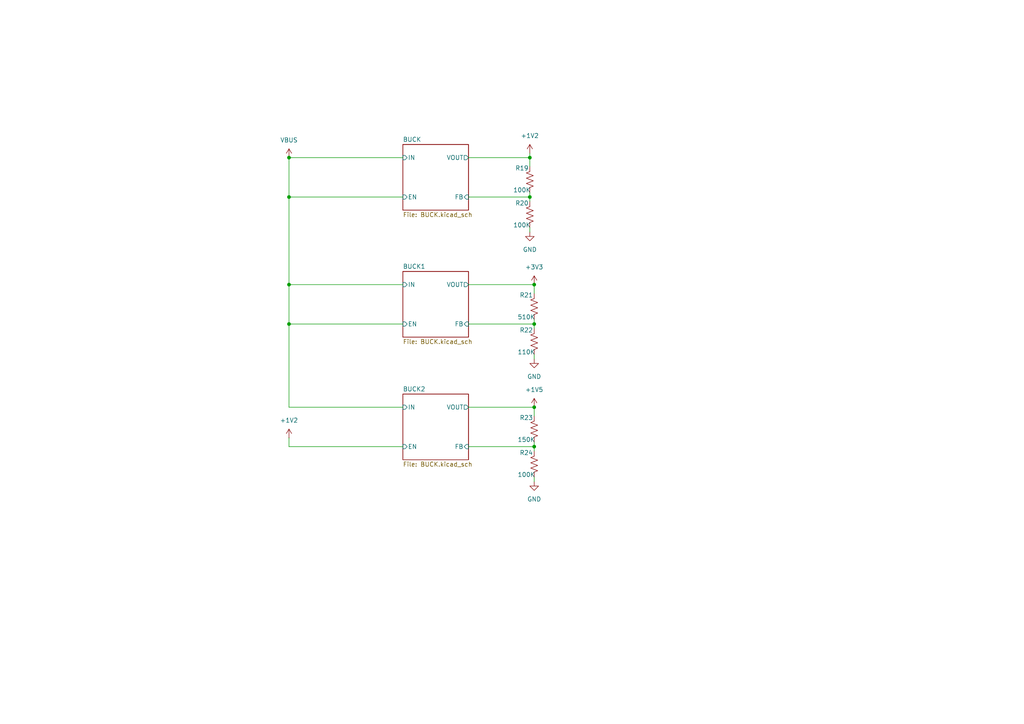
<source format=kicad_sch>
(kicad_sch (version 20231120) (generator "eeschema") (generator_version "8.0")
  (paper "A4")
  (title_block (title "Emergency Linux Computer") (date "2024-11-21") (rev "B"))
  (lib_symbols
    (symbol "Device:R_US" (pin_numbers hide) (pin_names (offset 0))
      (property "Reference" "R" (at 2.54 0 90))
      (property "Value" "R_US" (at -2.54 0 90))
      (symbol "R_US_0_1"
        (polyline (pts (xy 0 -2.286) (xy 0 -2.54)))
        (polyline (pts (xy 0 2.286) (xy 0 2.54)))
        (polyline (pts (xy 0 -0.762) (xy 1.016 -1.143) (xy 0 -1.524) (xy -1.016 -1.905) (xy 0 -2.286)))
        (polyline (pts (xy 0 0.762) (xy 1.016 0.381) (xy 0 0) (xy -1.016 -0.381) (xy 0 -0.762)))
        (polyline (pts (xy 0 2.286) (xy 1.016 1.905) (xy 0 1.524) (xy -1.016 1.143) (xy 0 0.762)))
      )
      (symbol "R_US_1_1"
        (pin passive line (at 0 3.81 270) (length 1.27) (name "~") (number "1"))
        (pin passive line (at 0 -3.81 90) (length 1.27) (name "~") (number "2"))
      )
    )
    (symbol "power:+1V2" (power) (pin_numbers hide) (pin_names (offset 0) hide)
      (property "Value" "+1V2" (at 0 3.556 0))
      (symbol "+1V2_0_1"
        (polyline (pts (xy -0.762 1.27) (xy 0 2.54)))
        (polyline (pts (xy 0 0) (xy 0 2.54)))
        (polyline (pts (xy 0 2.54) (xy 0.762 1.27)))
      )
      (symbol "+1V2_1_1"
        (pin power_in line (at 0 0 90) (length 0) (name "~") (number "1"))
      )
    )
    (symbol "power:+1V5" (power) (pin_numbers hide) (pin_names (offset 0) hide)
      (property "Value" "+1V5" (at 0 3.556 0))
      (symbol "+1V5_0_1"
        (polyline (pts (xy -0.762 1.27) (xy 0 2.54)))
        (polyline (pts (xy 0 0) (xy 0 2.54)))
        (polyline (pts (xy 0 2.54) (xy 0.762 1.27)))
      )
      (symbol "+1V5_1_1"
        (pin power_in line (at 0 0 90) (length 0) (name "~") (number "1"))
      )
    )
    (symbol "power:+3V3" (power) (pin_numbers hide) (pin_names (offset 0) hide)
      (property "Value" "+3V3" (at 0 3.556 0))
      (symbol "+3V3_0_1"
        (polyline (pts (xy -0.762 1.27) (xy 0 2.54)))
        (polyline (pts (xy 0 0) (xy 0 2.54)))
        (polyline (pts (xy 0 2.54) (xy 0.762 1.27)))
      )
      (symbol "+3V3_1_1"
        (pin power_in line (at 0 0 90) (length 0) (name "~") (number "1"))
      )
    )
    (symbol "power:GND" (power) (pin_numbers hide) (pin_names (offset 0) hide)
      (property "Value" "GND" (at 0 -3.81 0))
      (symbol "GND_0_1"
        (polyline (pts (xy 0 0) (xy 0 -1.27) (xy 1.27 -1.27) (xy 0 -2.54) (xy -1.27 -1.27) (xy 0 -1.27)))
      )
      (symbol "GND_1_1"
        (pin power_in line (at 0 0 270) (length 0) (name "~") (number "1"))
      )
    )
    (symbol "power:VBUS" (power) (pin_numbers hide) (pin_names (offset 0) hide)
      (property "Value" "VBUS" (at 0 3.556 0))
      (symbol "VBUS_0_1"
        (polyline (pts (xy -0.762 1.27) (xy 0 2.54)))
        (polyline (pts (xy 0 0) (xy 0 2.54)))
        (polyline (pts (xy 0 2.54) (xy 0.762 1.27)))
      )
      (symbol "VBUS_1_1"
        (pin power_in line (at 0 0 90) (length 0) (name "~") (number "1"))
      )
    )
  )
  (junction (at 83.82 82.55))
  (junction (at 154.94 118.11))
  (junction (at 154.94 93.98))
  (junction (at 153.67 45.72))
  (junction (at 153.67 57.15))
  (junction (at 83.82 93.98))
  (junction (at 154.94 82.55))
  (junction (at 154.94 129.54))
  (junction (at 83.82 45.72))
  (junction (at 83.82 57.15))
  (wire (pts (xy 83.82 45.72) (xy 116.84 45.72)))
  (wire (pts (xy 154.94 93.98) (xy 154.94 95.25)))
  (wire (pts (xy 116.84 82.55) (xy 83.82 82.55)))
  (wire (pts (xy 135.89 129.54) (xy 154.94 129.54)))
  (wire (pts (xy 153.67 67.31) (xy 153.67 66.04)))
  (wire (pts (xy 135.89 45.72) (xy 153.67 45.72)))
  (wire (pts (xy 153.67 45.72) (xy 153.67 48.26)))
  (wire (pts (xy 154.94 129.54) (xy 154.94 130.81)))
  (wire (pts (xy 135.89 82.55) (xy 154.94 82.55)))
  (wire (pts (xy 83.82 93.98) (xy 83.82 118.11)))
  (wire (pts (xy 154.94 139.7) (xy 154.94 138.43)))
  (wire (pts (xy 83.82 57.15) (xy 83.82 82.55)))
  (wire (pts (xy 154.94 128.27) (xy 154.94 129.54)))
  (wire (pts (xy 154.94 118.11) (xy 154.94 120.65)))
  (wire (pts (xy 83.82 82.55) (xy 83.82 93.98)))
  (wire (pts (xy 83.82 129.54) (xy 116.84 129.54)))
  (wire (pts (xy 135.89 93.98) (xy 154.94 93.98)))
  (wire (pts (xy 153.67 57.15) (xy 153.67 58.42)))
  (wire (pts (xy 135.89 57.15) (xy 153.67 57.15)))
  (wire (pts (xy 83.82 93.98) (xy 116.84 93.98)))
  (wire (pts (xy 153.67 55.88) (xy 153.67 57.15)))
  (wire (pts (xy 83.82 57.15) (xy 116.84 57.15)))
  (wire (pts (xy 135.89 118.11) (xy 154.94 118.11)))
  (wire (pts (xy 154.94 92.71) (xy 154.94 93.98)))
  (wire (pts (xy 154.94 82.55) (xy 154.94 85.09)))
  (wire (pts (xy 153.67 45.72) (xy 153.67 44.45)))
  (wire (pts (xy 83.82 127) (xy 83.82 129.54)))
  (wire (pts (xy 83.82 45.72) (xy 83.82 57.15)))
  (wire (pts (xy 154.94 104.14) (xy 154.94 102.87)))
  (wire (pts (xy 116.84 118.11) (xy 83.82 118.11)))
  (symbol (lib_id "Device:R_US") (at 153.67 62.23 0) (mirror y) (unit 1)
    (property "Reference" "R20" (at 151.384 58.928 0))
    (property "Value" "100K" (at 151.384 65.278 0))
    (property "Footprint" "Resistor_SMD:R_0201_0603Metric" (effects (hide yes)))
    (property "Description" "Resistor, US symbol" (effects (hide yes)))
  )
  (symbol (lib_id "power:+3V3") (at 154.94 82.55 0) (unit 1)
    (property "Reference" "#PWR082" (effects (hide yes)))
    (property "Value" "+3V3" (at 154.94 77.47 0))
    (property "Description" "Power symbol creates a global label with name \"+3V3\"" (effects (hide yes)))
  )
  (symbol (lib_id "power:+1V2") (at 153.67 44.45 0) (unit 1)
    (property "Reference" "#PWR079" (effects (hide yes)))
    (property "Value" "+1V2" (at 153.67 39.37 0))
    (property "Description" "Power symbol creates a global label with name \"+1V2\"" (effects (hide yes)))
  )
  (symbol (lib_id "power:GND") (at 153.67 67.31 0) (unit 1)
    (property "Reference" "#PWR081" (effects (hide yes)))
    (property "Value" "GND" (at 153.67 72.39 0))
    (property "Description" "Power symbol creates a global label with name \"GND\" , ground" (effects (hide yes)))
  )
  (symbol (lib_id "Device:R_US") (at 154.94 124.46 0) (mirror y) (unit 1)
    (property "Reference" "R23" (at 152.654 121.158 0))
    (property "Value" "150K" (at 152.654 127.508 0))
    (property "Footprint" "Resistor_SMD:R_0201_0603Metric" (effects (hide yes)))
    (property "Description" "Resistor, US symbol" (effects (hide yes)))
  )
  (symbol (lib_id "power:GND") (at 154.94 139.7 0) (unit 1)
    (property "Reference" "#PWR086" (effects (hide yes)))
    (property "Value" "GND" (at 154.94 144.78 0))
    (property "Description" "Power symbol creates a global label with name \"GND\" , ground" (effects (hide yes)))
  )
  (symbol (lib_id "Device:R_US") (at 154.94 99.06 0) (mirror y) (unit 1)
    (property "Reference" "R22" (at 152.654 95.758 0))
    (property "Value" "110K" (at 152.654 102.108 0))
    (property "Footprint" "Resistor_SMD:R_0201_0603Metric" (effects (hide yes)))
    (property "Description" "Resistor, US symbol" (effects (hide yes)))
  )
  (symbol (lib_id "power:+1V5") (at 154.94 118.11 0) (unit 1)
    (property "Reference" "#PWR084" (effects (hide yes)))
    (property "Value" "+1V5" (at 154.94 113.03 0))
    (property "Description" "Power symbol creates a global label with name \"+1V5\"" (effects (hide yes)))
  )
  (symbol (lib_id "power:+1V2") (at 83.82 127 0) (unit 1)
    (property "Reference" "#PWR085" (effects (hide yes)))
    (property "Value" "+1V2" (at 83.82 121.92 0))
    (property "Description" "Power symbol creates a global label with name \"+1V2\"" (effects (hide yes)))
  )
  (symbol (lib_id "Device:R_US") (at 153.67 52.07 0) (mirror y) (unit 1)
    (property "Reference" "R19" (at 151.384 48.768 0))
    (property "Value" "100K" (at 151.384 55.118 0))
    (property "Footprint" "Resistor_SMD:R_0201_0603Metric" (effects (hide yes)))
    (property "Description" "Resistor, US symbol" (effects (hide yes)))
  )
  (symbol (lib_id "Device:R_US") (at 154.94 88.9 0) (mirror y) (unit 1)
    (property "Reference" "R21" (at 152.654 85.598 0))
    (property "Value" "510K" (at 152.654 91.948 0))
    (property "Footprint" "Resistor_SMD:R_0201_0603Metric" (effects (hide yes)))
    (property "Description" "Resistor, US symbol" (effects (hide yes)))
  )
  (symbol (lib_id "Device:R_US") (at 154.94 134.62 0) (mirror y) (unit 1)
    (property "Reference" "R24" (at 152.654 131.318 0))
    (property "Value" "100K" (at 152.654 137.668 0))
    (property "Footprint" "Resistor_SMD:R_0201_0603Metric" (effects (hide yes)))
    (property "Description" "Resistor, US symbol" (effects (hide yes)))
  )
  (symbol (lib_id "power:GND") (at 154.94 104.14 0) (unit 1)
    (property "Reference" "#PWR083" (effects (hide yes)))
    (property "Value" "GND" (at 154.94 109.22 0))
    (property "Description" "Power symbol creates a global label with name \"GND\" , ground" (effects (hide yes)))
  )
  (symbol (lib_id "power:VBUS") (at 83.82 45.72 0) (unit 1)
    (property "Reference" "#PWR080" (effects (hide yes)))
    (property "Value" "VBUS" (at 83.82 40.64 0))
    (property "Description" "Power symbol creates a global label with name \"VBUS\"" (effects (hide yes)))
  )
  (sheet (at 116.84 41.91) (size 19.05 19.05) (stroke (width 0.1524))
    (property "Sheetname" "BUCK" (at 116.84 41.1984 0) (effects (justify left bottom)))
    (property "Sheetfile" "BUCK.kicad_sch" (at 116.84 61.5446 0) (effects (justify left top)))
    (pin "FB" input (at 135.89 57.15 0))
    (pin "IN" input (at 116.84 45.72 180))
    (pin "EN" input (at 116.84 57.15 180))
    (pin "VOUT" output (at 135.89 45.72 0))
  )
  (sheet (at 116.84 78.74) (size 19.05 19.05) (stroke (width 0.1524))
    (property "Sheetname" "BUCK1" (at 116.84 78.0284 0) (effects (justify left bottom)))
    (property "Sheetfile" "BUCK.kicad_sch" (at 116.84 98.3746 0) (effects (justify left top)))
    (pin "FB" input (at 135.89 93.98 0))
    (pin "IN" input (at 116.84 82.55 180))
    (pin "EN" input (at 116.84 93.98 180))
    (pin "VOUT" output (at 135.89 82.55 0))
  )
  (sheet (at 116.84 114.3) (size 19.05 19.05) (stroke (width 0.1524))
    (property "Sheetname" "BUCK2" (at 116.84 113.5884 0) (effects (justify left bottom)))
    (property "Sheetfile" "BUCK.kicad_sch" (at 116.84 133.9346 0) (effects (justify left top)))
    (pin "FB" input (at 135.89 129.54 0))
    (pin "IN" input (at 116.84 118.11 180))
    (pin "EN" input (at 116.84 129.54 180))
    (pin "VOUT" output (at 135.89 118.11 0))
  )
)
</source>
